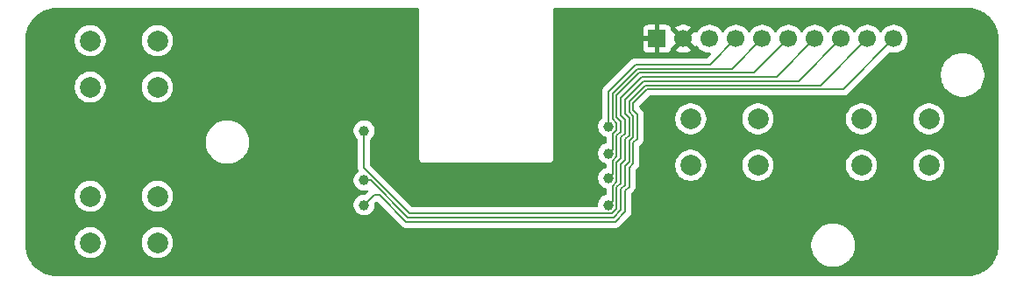
<source format=gbr>
%TF.GenerationSoftware,KiCad,Pcbnew,9.0.1*%
%TF.CreationDate,2025-07-14T13:59:50-05:00*%
%TF.ProjectId,Cardbot Controller,43617264-626f-4742-9043-6f6e74726f6c,rev?*%
%TF.SameCoordinates,Original*%
%TF.FileFunction,Copper,L2,Bot*%
%TF.FilePolarity,Positive*%
%FSLAX46Y46*%
G04 Gerber Fmt 4.6, Leading zero omitted, Abs format (unit mm)*
G04 Created by KiCad (PCBNEW 9.0.1) date 2025-07-14 13:59:50*
%MOMM*%
%LPD*%
G01*
G04 APERTURE LIST*
%TA.AperFunction,ComponentPad*%
%ADD10C,2.000000*%
%TD*%
%TA.AperFunction,ComponentPad*%
%ADD11R,1.700000X1.700000*%
%TD*%
%TA.AperFunction,ComponentPad*%
%ADD12C,1.700000*%
%TD*%
%TA.AperFunction,ViaPad*%
%ADD13C,1.000000*%
%TD*%
%TA.AperFunction,ViaPad*%
%ADD14C,0.600000*%
%TD*%
%TA.AperFunction,Conductor*%
%ADD15C,0.200000*%
%TD*%
G04 APERTURE END LIST*
D10*
%TO.P,SW1,1,1*%
%TO.N,Net-(J1-Pin_3)*%
X101750000Y-56678000D03*
X108250000Y-56678000D03*
%TO.P,SW1,2,2*%
%TO.N,Net-(U1-PA02_A0_D0)*%
X101750000Y-61178000D03*
X108250000Y-61178000D03*
%TD*%
D11*
%TO.P,J1,1,Pin_1*%
%TO.N,Net-(J1-Pin_1)*%
X156500000Y-56500000D03*
D12*
%TO.P,J1,2,Pin_2*%
X159040000Y-56500000D03*
%TO.P,J1,3,Pin_3*%
%TO.N,Net-(J1-Pin_3)*%
X161580000Y-56500000D03*
%TO.P,J1,4,Pin_4*%
%TO.N,Net-(J1-Pin_4)*%
X164120000Y-56500000D03*
%TO.P,J1,5,Pin_5*%
%TO.N,Net-(J1-Pin_5)*%
X166660000Y-56500000D03*
%TO.P,J1,6,Pin_6*%
%TO.N,Net-(J1-Pin_6)*%
X169200000Y-56500000D03*
%TO.P,J1,7,Pin_7*%
%TO.N,Net-(J1-Pin_7)*%
X171740000Y-56500000D03*
%TO.P,J1,8,Pin_8*%
%TO.N,Net-(J1-Pin_8)*%
X174280000Y-56500000D03*
%TO.P,J1,9,Pin_9*%
%TO.N,Net-(J1-Pin_9)*%
X176820000Y-56500000D03*
%TO.P,J1,10,Pin_10*%
%TO.N,Net-(J1-Pin_10)*%
X179360000Y-56500000D03*
%TD*%
D10*
%TO.P,SW4,1,1*%
%TO.N,Net-(J1-Pin_3)*%
X176250000Y-64250000D03*
X182750000Y-64250000D03*
%TO.P,SW4,2,2*%
%TO.N,Net-(U1-PA10_A2_D2)*%
X176250000Y-68750000D03*
X182750000Y-68750000D03*
%TD*%
%TO.P,SW3,1,1*%
%TO.N,Net-(J1-Pin_3)*%
X159750000Y-64250000D03*
X166250000Y-64250000D03*
%TO.P,SW3,2,2*%
%TO.N,Net-(U1-PA8_A4_D4_SDA)*%
X159750000Y-68750000D03*
X166250000Y-68750000D03*
%TD*%
%TO.P,SW2,1,1*%
%TO.N,Net-(J1-Pin_3)*%
X101750000Y-71750000D03*
X108250000Y-71750000D03*
%TO.P,SW2,2,2*%
%TO.N,Net-(U1-PA4_A1_D1)*%
X101750000Y-76250000D03*
X108250000Y-76250000D03*
%TD*%
D13*
%TO.N,Net-(J1-Pin_10)*%
X128200000Y-72600000D03*
%TO.N,Net-(J1-Pin_9)*%
X128200000Y-70200000D03*
%TO.N,Net-(J1-Pin_7)*%
X151800000Y-72600000D03*
%TO.N,Net-(J1-Pin_4)*%
X151800000Y-65000000D03*
%TO.N,Net-(J1-Pin_6)*%
X151800000Y-70000000D03*
%TO.N,Net-(J1-Pin_8)*%
X128200000Y-65400000D03*
%TO.N,Net-(J1-Pin_5)*%
X151800000Y-67600000D03*
D14*
%TO.N,Net-(J1-Pin_1)*%
X184000000Y-57500000D03*
X117500000Y-60500000D03*
X120000000Y-55000000D03*
X171000000Y-63500000D03*
X185000000Y-57500000D03*
X137800000Y-71200000D03*
X118000000Y-55000000D03*
X171000000Y-64500000D03*
X171000000Y-62500000D03*
X121000000Y-55000000D03*
X170000000Y-62500000D03*
X185000000Y-56500000D03*
X185000000Y-55500000D03*
X170000000Y-64500000D03*
X118500000Y-59500000D03*
X170000000Y-63500000D03*
X138800000Y-72200000D03*
X117500000Y-59500000D03*
X117000000Y-55000000D03*
X138800000Y-71200000D03*
X118500000Y-61500000D03*
X119000000Y-55000000D03*
X184000000Y-56500000D03*
X117500000Y-61500000D03*
X136800000Y-72200000D03*
X137800000Y-72200000D03*
X184000000Y-55500000D03*
X136800000Y-71200000D03*
X118500000Y-60500000D03*
X122000000Y-55000000D03*
%TD*%
D15*
%TO.N,Net-(J1-Pin_10)*%
X155495300Y-61406000D02*
X162616600Y-61406000D01*
X168538300Y-61403000D02*
X168539300Y-61402000D01*
X172487100Y-61400000D02*
X174460000Y-61400000D01*
X153804000Y-68997186D02*
X154205000Y-68596186D01*
X153403000Y-71231086D02*
X153804000Y-70830086D01*
X154206000Y-62695300D02*
X155495300Y-61406000D01*
X154205000Y-68596186D02*
X154205000Y-66563286D01*
X162616600Y-61406000D02*
X162617600Y-61405000D01*
X154606000Y-63837714D02*
X154206000Y-63437714D01*
X170513200Y-61401000D02*
X172486100Y-61401000D01*
X168539300Y-61402000D02*
X170512200Y-61402000D01*
X166565400Y-61403000D02*
X168538300Y-61403000D01*
X152463986Y-74203000D02*
X153403000Y-73263986D01*
X154205000Y-66563286D02*
X154606000Y-66162286D01*
X128200000Y-72600000D02*
X129200000Y-71600000D01*
X153804000Y-70830086D02*
X153804000Y-68997186D01*
X154606000Y-66162286D02*
X154606000Y-63837714D01*
X172486100Y-61401000D02*
X172487100Y-61400000D01*
X154206000Y-63437714D02*
X154206000Y-62695300D01*
X170512200Y-61402000D02*
X170513200Y-61401000D01*
X132268800Y-74203000D02*
X152463986Y-74203000D01*
X153403000Y-73263986D02*
X153403000Y-71231086D01*
X129665800Y-71600000D02*
X132268800Y-74203000D01*
X129200000Y-71600000D02*
X129665800Y-71600000D01*
X162617600Y-61405000D02*
X166563400Y-61405000D01*
X174460000Y-61400000D02*
X179360000Y-56500000D01*
X166563400Y-61405000D02*
X166565400Y-61403000D01*
%TO.N,Net-(J1-Pin_9)*%
X152297886Y-73802000D02*
X153002000Y-73097886D01*
X168373200Y-61001000D02*
X170346100Y-61001000D01*
X153804000Y-68430086D02*
X153804000Y-66397186D01*
X172320000Y-61000000D02*
X176820000Y-56500000D01*
X166399300Y-61002000D02*
X168372200Y-61002000D01*
X153002000Y-73097886D02*
X153002000Y-71064986D01*
X166397300Y-61004000D02*
X166399300Y-61002000D01*
X162450500Y-61005000D02*
X162451500Y-61004000D01*
X170347100Y-61000000D02*
X172320000Y-61000000D01*
X153002000Y-71064986D02*
X153403000Y-70663986D01*
X128200000Y-70200000D02*
X128832900Y-70200000D01*
X153805000Y-63603814D02*
X153805000Y-62529200D01*
X153805000Y-62529200D02*
X155329200Y-61005000D01*
X162451500Y-61004000D02*
X166397300Y-61004000D01*
X128832900Y-70200000D02*
X132434900Y-73802000D01*
X153403000Y-68831086D02*
X153804000Y-68430086D01*
X155329200Y-61005000D02*
X162450500Y-61005000D01*
X154205000Y-64003814D02*
X153805000Y-63603814D01*
X168372200Y-61002000D02*
X168373200Y-61001000D01*
X132434900Y-73802000D02*
X152297886Y-73802000D01*
X154205000Y-65996186D02*
X154205000Y-64003814D01*
X153804000Y-66397186D02*
X154205000Y-65996186D01*
X153403000Y-70663986D02*
X153403000Y-68831086D01*
X170346100Y-61001000D02*
X170347100Y-61000000D01*
%TO.N,Net-(J1-Pin_7)*%
X153403000Y-65663986D02*
X153403000Y-64336014D01*
X152200000Y-72200000D02*
X152200000Y-70732786D01*
X162118300Y-60203000D02*
X162119300Y-60202000D01*
X153002000Y-66064986D02*
X153403000Y-65663986D01*
X153403000Y-64336014D02*
X153003000Y-63936014D01*
X166067100Y-60200000D02*
X168040000Y-60200000D01*
X151800000Y-72600000D02*
X152200000Y-72200000D01*
X152200000Y-70732786D02*
X152601000Y-70331786D01*
X152601000Y-70331786D02*
X152601000Y-68498886D01*
X166065100Y-60202000D02*
X166067100Y-60200000D01*
X162119300Y-60202000D02*
X166065100Y-60202000D01*
X153003000Y-63936014D02*
X153003000Y-62197000D01*
X154997000Y-60203000D02*
X162118300Y-60203000D01*
X168040000Y-60200000D02*
X171740000Y-56500000D01*
X153003000Y-62197000D02*
X154997000Y-60203000D01*
X152601000Y-68498886D02*
X153002000Y-68097886D01*
X153002000Y-68097886D02*
X153002000Y-66064986D01*
%TO.N,Net-(J1-Pin_4)*%
X161620000Y-59000000D02*
X164120000Y-56500000D01*
X151800000Y-65000000D02*
X151800000Y-61600000D01*
X151800000Y-61600000D02*
X154400000Y-59000000D01*
X154400000Y-59000000D02*
X161620000Y-59000000D01*
%TO.N,Net-(J1-Pin_6)*%
X152200000Y-69600000D02*
X151800000Y-70000000D01*
X161953200Y-59801000D02*
X161952200Y-59802000D01*
X161952200Y-59802000D02*
X154798000Y-59802000D01*
X152602000Y-61998000D02*
X152602000Y-64102114D01*
X169200000Y-56500000D02*
X165899000Y-59801000D01*
X153002000Y-64502114D02*
X153002000Y-65497886D01*
X165899000Y-59801000D02*
X161953200Y-59801000D01*
X152601000Y-65898886D02*
X152601000Y-67931786D01*
X152601000Y-67931786D02*
X152200000Y-68332786D01*
X153002000Y-65497886D02*
X152601000Y-65898886D01*
X152200000Y-68332786D02*
X152200000Y-69600000D01*
X154798000Y-59802000D02*
X152602000Y-61998000D01*
X152602000Y-64102114D02*
X153002000Y-64502114D01*
%TO.N,Net-(J1-Pin_8)*%
X155163100Y-60604000D02*
X162284400Y-60604000D01*
X166231200Y-60603000D02*
X166233200Y-60601000D01*
X153403000Y-68263986D02*
X153403000Y-66231086D01*
X170180000Y-60600000D02*
X174280000Y-56500000D01*
X162284400Y-60604000D02*
X162285400Y-60603000D01*
X168207100Y-60600000D02*
X170180000Y-60600000D01*
X153404000Y-62363100D02*
X155163100Y-60604000D01*
X162285400Y-60603000D02*
X166231200Y-60603000D01*
X153804000Y-64169914D02*
X153404000Y-63769914D01*
X132601000Y-73401000D02*
X152131786Y-73401000D01*
X152601000Y-70898886D02*
X153002000Y-70497886D01*
X153002000Y-70497886D02*
X153002000Y-68664986D01*
X166233200Y-60601000D02*
X168206100Y-60601000D01*
X128200000Y-69000000D02*
X132601000Y-73401000D01*
X168206100Y-60601000D02*
X168207100Y-60600000D01*
X152131786Y-73401000D02*
X152601000Y-72931786D01*
X152601000Y-72931786D02*
X152601000Y-70898886D01*
X128200000Y-65400000D02*
X128200000Y-69000000D01*
X153002000Y-68664986D02*
X153403000Y-68263986D01*
X153404000Y-63769914D02*
X153404000Y-62363100D01*
X153403000Y-66231086D02*
X153804000Y-65830086D01*
X153804000Y-65830086D02*
X153804000Y-64169914D01*
%TO.N,Net-(J1-Pin_5)*%
X161787100Y-59400000D02*
X161786100Y-59401000D01*
X161786100Y-59401000D02*
X154566100Y-59401000D01*
X166660000Y-56500000D02*
X163760000Y-59400000D01*
X152201000Y-61766100D02*
X152201000Y-64268214D01*
X154566100Y-59401000D02*
X152201000Y-61766100D01*
X152601000Y-64668214D02*
X152601000Y-65331786D01*
X152601000Y-65331786D02*
X152200000Y-65732786D01*
X152200000Y-67200000D02*
X151800000Y-67600000D01*
X163760000Y-59400000D02*
X161787100Y-59400000D01*
X152200000Y-65732786D02*
X152200000Y-67200000D01*
X152201000Y-64268214D02*
X152601000Y-64668214D01*
%TD*%
%TA.AperFunction,Conductor*%
%TO.N,Net-(J1-Pin_1)*%
G36*
X133442539Y-53520185D02*
G01*
X133488294Y-53572989D01*
X133499500Y-53624500D01*
X133499500Y-67934108D01*
X133499500Y-68065892D01*
X133503985Y-68082629D01*
X133533608Y-68193187D01*
X133559357Y-68237785D01*
X133599500Y-68307314D01*
X133692686Y-68400500D01*
X133806814Y-68466392D01*
X133934108Y-68500500D01*
X133934110Y-68500500D01*
X146065890Y-68500500D01*
X146065892Y-68500500D01*
X146193186Y-68466392D01*
X146307314Y-68400500D01*
X146400500Y-68307314D01*
X146466392Y-68193186D01*
X146500500Y-68065892D01*
X146500500Y-53624500D01*
X146520185Y-53557461D01*
X146572989Y-53511706D01*
X146624500Y-53500500D01*
X186434108Y-53500500D01*
X186496754Y-53500500D01*
X186503244Y-53500670D01*
X186807046Y-53516592D01*
X186819953Y-53517949D01*
X186951089Y-53538718D01*
X187117209Y-53565028D01*
X187129896Y-53567724D01*
X187420625Y-53645625D01*
X187432965Y-53649635D01*
X187713938Y-53757490D01*
X187725790Y-53762767D01*
X187993968Y-53899411D01*
X188005199Y-53905896D01*
X188257608Y-54069812D01*
X188268109Y-54077441D01*
X188502010Y-54266850D01*
X188511655Y-54275535D01*
X188724464Y-54488344D01*
X188733149Y-54497989D01*
X188922558Y-54731890D01*
X188930187Y-54742391D01*
X189094101Y-54994796D01*
X189100591Y-55006036D01*
X189237231Y-55274206D01*
X189242510Y-55286064D01*
X189350363Y-55567033D01*
X189354374Y-55579376D01*
X189432273Y-55870097D01*
X189434971Y-55882794D01*
X189482050Y-56180046D01*
X189483407Y-56192953D01*
X189499330Y-56496756D01*
X189499500Y-56503246D01*
X189499500Y-76496753D01*
X189499330Y-76503243D01*
X189483407Y-76807046D01*
X189482050Y-76819953D01*
X189434971Y-77117205D01*
X189432273Y-77129902D01*
X189354374Y-77420623D01*
X189350363Y-77432966D01*
X189242510Y-77713935D01*
X189237231Y-77725793D01*
X189100591Y-77993963D01*
X189094101Y-78005203D01*
X188930187Y-78257608D01*
X188922558Y-78268109D01*
X188733149Y-78502010D01*
X188724464Y-78511655D01*
X188511655Y-78724464D01*
X188502010Y-78733149D01*
X188268109Y-78922558D01*
X188257608Y-78930187D01*
X188005203Y-79094101D01*
X187993963Y-79100591D01*
X187725793Y-79237231D01*
X187713935Y-79242510D01*
X187432966Y-79350363D01*
X187420623Y-79354374D01*
X187129902Y-79432273D01*
X187117205Y-79434971D01*
X186819953Y-79482050D01*
X186807046Y-79483407D01*
X186503244Y-79499330D01*
X186496754Y-79499500D01*
X98503246Y-79499500D01*
X98496756Y-79499330D01*
X98192953Y-79483407D01*
X98180046Y-79482050D01*
X97882794Y-79434971D01*
X97870097Y-79432273D01*
X97579376Y-79354374D01*
X97567033Y-79350363D01*
X97286064Y-79242510D01*
X97274206Y-79237231D01*
X97006036Y-79100591D01*
X96994796Y-79094101D01*
X96742391Y-78930187D01*
X96731890Y-78922558D01*
X96497989Y-78733149D01*
X96488344Y-78724464D01*
X96275535Y-78511655D01*
X96266850Y-78502010D01*
X96077441Y-78268109D01*
X96069812Y-78257608D01*
X96065033Y-78250249D01*
X95905896Y-78005199D01*
X95899408Y-77993963D01*
X95845380Y-77887928D01*
X95762767Y-77725790D01*
X95757489Y-77713935D01*
X95757342Y-77713553D01*
X95649635Y-77432965D01*
X95645625Y-77420623D01*
X95593881Y-77227512D01*
X95567724Y-77129896D01*
X95565028Y-77117205D01*
X95517949Y-76819953D01*
X95516592Y-76807046D01*
X95500670Y-76503243D01*
X95500500Y-76496753D01*
X95500500Y-76131902D01*
X100249500Y-76131902D01*
X100249500Y-76368097D01*
X100286446Y-76601368D01*
X100359433Y-76825996D01*
X100466657Y-77036433D01*
X100605483Y-77227510D01*
X100772490Y-77394517D01*
X100963567Y-77533343D01*
X101062991Y-77584002D01*
X101174003Y-77640566D01*
X101174005Y-77640566D01*
X101174008Y-77640568D01*
X101262987Y-77669479D01*
X101398631Y-77713553D01*
X101631903Y-77750500D01*
X101631908Y-77750500D01*
X101868097Y-77750500D01*
X102101368Y-77713553D01*
X102325992Y-77640568D01*
X102536433Y-77533343D01*
X102727510Y-77394517D01*
X102894517Y-77227510D01*
X103033343Y-77036433D01*
X103140568Y-76825992D01*
X103213553Y-76601368D01*
X103215945Y-76586266D01*
X103250500Y-76368097D01*
X103250500Y-76131902D01*
X106749500Y-76131902D01*
X106749500Y-76368097D01*
X106786446Y-76601368D01*
X106859433Y-76825996D01*
X106966657Y-77036433D01*
X107105483Y-77227510D01*
X107272490Y-77394517D01*
X107463567Y-77533343D01*
X107562991Y-77584002D01*
X107674003Y-77640566D01*
X107674005Y-77640566D01*
X107674008Y-77640568D01*
X107762987Y-77669479D01*
X107898631Y-77713553D01*
X108131903Y-77750500D01*
X108131908Y-77750500D01*
X108368097Y-77750500D01*
X108601368Y-77713553D01*
X108825992Y-77640568D01*
X109036433Y-77533343D01*
X109227510Y-77394517D01*
X109394517Y-77227510D01*
X109533343Y-77036433D01*
X109640568Y-76825992D01*
X109713553Y-76601368D01*
X109715945Y-76586266D01*
X109750500Y-76368097D01*
X109750500Y-76362332D01*
X171399500Y-76362332D01*
X171399500Y-76637667D01*
X171399501Y-76637684D01*
X171435438Y-76910655D01*
X171435439Y-76910660D01*
X171435440Y-76910666D01*
X171435441Y-76910668D01*
X171506704Y-77176630D01*
X171612075Y-77431017D01*
X171612080Y-77431028D01*
X171691809Y-77569121D01*
X171749751Y-77669479D01*
X171749753Y-77669482D01*
X171749754Y-77669483D01*
X171917370Y-77887926D01*
X171917376Y-77887933D01*
X172112066Y-78082623D01*
X172112072Y-78082628D01*
X172330521Y-78250249D01*
X172483778Y-78338732D01*
X172568971Y-78387919D01*
X172568976Y-78387921D01*
X172568979Y-78387923D01*
X172823368Y-78493295D01*
X173089334Y-78564560D01*
X173362326Y-78600500D01*
X173362333Y-78600500D01*
X173637667Y-78600500D01*
X173637674Y-78600500D01*
X173910666Y-78564560D01*
X174176632Y-78493295D01*
X174431021Y-78387923D01*
X174669479Y-78250249D01*
X174887928Y-78082628D01*
X175082628Y-77887928D01*
X175250249Y-77669479D01*
X175387923Y-77431021D01*
X175493295Y-77176632D01*
X175564560Y-76910666D01*
X175600500Y-76637674D01*
X175600500Y-76362326D01*
X175564560Y-76089334D01*
X175493295Y-75823368D01*
X175387923Y-75568979D01*
X175387921Y-75568976D01*
X175387919Y-75568971D01*
X175327063Y-75463566D01*
X175250249Y-75330521D01*
X175082628Y-75112072D01*
X175082623Y-75112066D01*
X174887933Y-74917376D01*
X174887926Y-74917370D01*
X174669483Y-74749754D01*
X174669482Y-74749753D01*
X174669479Y-74749751D01*
X174554762Y-74683519D01*
X174431028Y-74612080D01*
X174431017Y-74612075D01*
X174176630Y-74506704D01*
X174043649Y-74471072D01*
X173910666Y-74435440D01*
X173910660Y-74435439D01*
X173910655Y-74435438D01*
X173637684Y-74399501D01*
X173637679Y-74399500D01*
X173637674Y-74399500D01*
X173362326Y-74399500D01*
X173362320Y-74399500D01*
X173362315Y-74399501D01*
X173089344Y-74435438D01*
X173089337Y-74435439D01*
X173089334Y-74435440D01*
X173033125Y-74450500D01*
X172823369Y-74506704D01*
X172568982Y-74612075D01*
X172568971Y-74612080D01*
X172330516Y-74749754D01*
X172112073Y-74917370D01*
X172112066Y-74917376D01*
X171917376Y-75112066D01*
X171917370Y-75112073D01*
X171749754Y-75330516D01*
X171612080Y-75568971D01*
X171612075Y-75568982D01*
X171506704Y-75823369D01*
X171435441Y-76089331D01*
X171435438Y-76089344D01*
X171399501Y-76362315D01*
X171399500Y-76362332D01*
X109750500Y-76362332D01*
X109750500Y-76131902D01*
X109713553Y-75898631D01*
X109640566Y-75674003D01*
X109533342Y-75463566D01*
X109394517Y-75272490D01*
X109227510Y-75105483D01*
X109036433Y-74966657D01*
X108939714Y-74917376D01*
X108825996Y-74859433D01*
X108601368Y-74786446D01*
X108368097Y-74749500D01*
X108368092Y-74749500D01*
X108131908Y-74749500D01*
X108131903Y-74749500D01*
X107898631Y-74786446D01*
X107674003Y-74859433D01*
X107463566Y-74966657D01*
X107354550Y-75045862D01*
X107272490Y-75105483D01*
X107272488Y-75105485D01*
X107272487Y-75105485D01*
X107105485Y-75272487D01*
X107105485Y-75272488D01*
X107105483Y-75272490D01*
X107063325Y-75330516D01*
X106966657Y-75463566D01*
X106859433Y-75674003D01*
X106786446Y-75898631D01*
X106749500Y-76131902D01*
X103250500Y-76131902D01*
X103213553Y-75898631D01*
X103140566Y-75674003D01*
X103033342Y-75463566D01*
X102894517Y-75272490D01*
X102727510Y-75105483D01*
X102536433Y-74966657D01*
X102439714Y-74917376D01*
X102325996Y-74859433D01*
X102101368Y-74786446D01*
X101868097Y-74749500D01*
X101868092Y-74749500D01*
X101631908Y-74749500D01*
X101631903Y-74749500D01*
X101398631Y-74786446D01*
X101174003Y-74859433D01*
X100963566Y-74966657D01*
X100854550Y-75045862D01*
X100772490Y-75105483D01*
X100772488Y-75105485D01*
X100772487Y-75105485D01*
X100605485Y-75272487D01*
X100605485Y-75272488D01*
X100605483Y-75272490D01*
X100563325Y-75330516D01*
X100466657Y-75463566D01*
X100359433Y-75674003D01*
X100286446Y-75898631D01*
X100249500Y-76131902D01*
X95500500Y-76131902D01*
X95500500Y-71631902D01*
X100249500Y-71631902D01*
X100249500Y-71868097D01*
X100286446Y-72101368D01*
X100359433Y-72325996D01*
X100417863Y-72440670D01*
X100466657Y-72536433D01*
X100605483Y-72727510D01*
X100772490Y-72894517D01*
X100963567Y-73033343D01*
X101043192Y-73073914D01*
X101174003Y-73140566D01*
X101174005Y-73140566D01*
X101174008Y-73140568D01*
X101294412Y-73179689D01*
X101398631Y-73213553D01*
X101631903Y-73250500D01*
X101631908Y-73250500D01*
X101868097Y-73250500D01*
X102101368Y-73213553D01*
X102325992Y-73140568D01*
X102536433Y-73033343D01*
X102727510Y-72894517D01*
X102894517Y-72727510D01*
X103033343Y-72536433D01*
X103140568Y-72325992D01*
X103213553Y-72101368D01*
X103235593Y-71962214D01*
X103250500Y-71868097D01*
X103250500Y-71631902D01*
X106749500Y-71631902D01*
X106749500Y-71868097D01*
X106786446Y-72101368D01*
X106859433Y-72325996D01*
X106917863Y-72440670D01*
X106966657Y-72536433D01*
X107105483Y-72727510D01*
X107272490Y-72894517D01*
X107463567Y-73033343D01*
X107543192Y-73073914D01*
X107674003Y-73140566D01*
X107674005Y-73140566D01*
X107674008Y-73140568D01*
X107794412Y-73179689D01*
X107898631Y-73213553D01*
X108131903Y-73250500D01*
X108131908Y-73250500D01*
X108368097Y-73250500D01*
X108601368Y-73213553D01*
X108825992Y-73140568D01*
X109036433Y-73033343D01*
X109227510Y-72894517D01*
X109394517Y-72727510D01*
X109533343Y-72536433D01*
X109640568Y-72325992D01*
X109713553Y-72101368D01*
X109735593Y-71962214D01*
X109750500Y-71868097D01*
X109750500Y-71631902D01*
X109713553Y-71398631D01*
X109640566Y-71174003D01*
X109540258Y-70977139D01*
X109533343Y-70963567D01*
X109394517Y-70772490D01*
X109227510Y-70605483D01*
X109036433Y-70466657D01*
X108825996Y-70359433D01*
X108601368Y-70286446D01*
X108368097Y-70249500D01*
X108368092Y-70249500D01*
X108131908Y-70249500D01*
X108131903Y-70249500D01*
X107898631Y-70286446D01*
X107674003Y-70359433D01*
X107463566Y-70466657D01*
X107354550Y-70545862D01*
X107272490Y-70605483D01*
X107272488Y-70605485D01*
X107272487Y-70605485D01*
X107105485Y-70772487D01*
X107105485Y-70772488D01*
X107105483Y-70772490D01*
X107058043Y-70837785D01*
X106966657Y-70963566D01*
X106859433Y-71174003D01*
X106786446Y-71398631D01*
X106749500Y-71631902D01*
X103250500Y-71631902D01*
X103213553Y-71398631D01*
X103140566Y-71174003D01*
X103040258Y-70977139D01*
X103033343Y-70963567D01*
X102894517Y-70772490D01*
X102727510Y-70605483D01*
X102536433Y-70466657D01*
X102325996Y-70359433D01*
X102101368Y-70286446D01*
X101868097Y-70249500D01*
X101868092Y-70249500D01*
X101631908Y-70249500D01*
X101631903Y-70249500D01*
X101398631Y-70286446D01*
X101174003Y-70359433D01*
X100963566Y-70466657D01*
X100854550Y-70545862D01*
X100772490Y-70605483D01*
X100772488Y-70605485D01*
X100772487Y-70605485D01*
X100605485Y-70772487D01*
X100605485Y-70772488D01*
X100605483Y-70772490D01*
X100558043Y-70837785D01*
X100466657Y-70963566D01*
X100359433Y-71174003D01*
X100286446Y-71398631D01*
X100249500Y-71631902D01*
X95500500Y-71631902D01*
X95500500Y-66362332D01*
X112899500Y-66362332D01*
X112899500Y-66637667D01*
X112899501Y-66637684D01*
X112935438Y-66910655D01*
X112935439Y-66910660D01*
X112935440Y-66910666D01*
X112971072Y-67043649D01*
X113006704Y-67176630D01*
X113112075Y-67431017D01*
X113112080Y-67431028D01*
X113191809Y-67569121D01*
X113249751Y-67669479D01*
X113249753Y-67669482D01*
X113249754Y-67669483D01*
X113417370Y-67887926D01*
X113417376Y-67887933D01*
X113612066Y-68082623D01*
X113612072Y-68082628D01*
X113830521Y-68250249D01*
X113929364Y-68307316D01*
X114068971Y-68387919D01*
X114068976Y-68387921D01*
X114068979Y-68387923D01*
X114323368Y-68493295D01*
X114589334Y-68564560D01*
X114862326Y-68600500D01*
X114862333Y-68600500D01*
X115137667Y-68600500D01*
X115137674Y-68600500D01*
X115410666Y-68564560D01*
X115676632Y-68493295D01*
X115931021Y-68387923D01*
X116169479Y-68250249D01*
X116387928Y-68082628D01*
X116582628Y-67887928D01*
X116750249Y-67669479D01*
X116887923Y-67431021D01*
X116993295Y-67176632D01*
X117064560Y-66910666D01*
X117100500Y-66637674D01*
X117100500Y-66362326D01*
X117064560Y-66089334D01*
X116993295Y-65823368D01*
X116887923Y-65568979D01*
X116847257Y-65498543D01*
X127199499Y-65498543D01*
X127237947Y-65691829D01*
X127237950Y-65691839D01*
X127313364Y-65873907D01*
X127313371Y-65873920D01*
X127422860Y-66037781D01*
X127422863Y-66037785D01*
X127563181Y-66178103D01*
X127596666Y-66239426D01*
X127599500Y-66265784D01*
X127599500Y-68913330D01*
X127599499Y-68913348D01*
X127599499Y-69079054D01*
X127599498Y-69079054D01*
X127640424Y-69231790D01*
X127643534Y-69239297D01*
X127642240Y-69239832D01*
X127656661Y-69299290D01*
X127633805Y-69365316D01*
X127601695Y-69396483D01*
X127562214Y-69422864D01*
X127562211Y-69422867D01*
X127422863Y-69562214D01*
X127422860Y-69562218D01*
X127313371Y-69726079D01*
X127313364Y-69726092D01*
X127237950Y-69908160D01*
X127237947Y-69908170D01*
X127199500Y-70101456D01*
X127199500Y-70101459D01*
X127199500Y-70298541D01*
X127199500Y-70298543D01*
X127199499Y-70298543D01*
X127237947Y-70491829D01*
X127237950Y-70491839D01*
X127313364Y-70673907D01*
X127313371Y-70673920D01*
X127422860Y-70837781D01*
X127422863Y-70837785D01*
X127562214Y-70977136D01*
X127562218Y-70977139D01*
X127726079Y-71086628D01*
X127726092Y-71086635D01*
X127908160Y-71162049D01*
X127908165Y-71162051D01*
X127908169Y-71162051D01*
X127908170Y-71162052D01*
X128101456Y-71200500D01*
X128101459Y-71200500D01*
X128298543Y-71200500D01*
X128372123Y-71185863D01*
X128461509Y-71168083D01*
X128531099Y-71174310D01*
X128586277Y-71217172D01*
X128609522Y-71283062D01*
X128593455Y-71351059D01*
X128573381Y-71377381D01*
X128387582Y-71563181D01*
X128326259Y-71596666D01*
X128299901Y-71599500D01*
X128101457Y-71599500D01*
X127908170Y-71637947D01*
X127908160Y-71637950D01*
X127726092Y-71713364D01*
X127726079Y-71713371D01*
X127562218Y-71822860D01*
X127562214Y-71822863D01*
X127422863Y-71962214D01*
X127422860Y-71962218D01*
X127313371Y-72126079D01*
X127313364Y-72126092D01*
X127237950Y-72308160D01*
X127237947Y-72308170D01*
X127199500Y-72501456D01*
X127199500Y-72501459D01*
X127199500Y-72698541D01*
X127199500Y-72698543D01*
X127199499Y-72698543D01*
X127237947Y-72891829D01*
X127237950Y-72891839D01*
X127313364Y-73073907D01*
X127313371Y-73073920D01*
X127422860Y-73237781D01*
X127422863Y-73237785D01*
X127562214Y-73377136D01*
X127562218Y-73377139D01*
X127726079Y-73486628D01*
X127726092Y-73486635D01*
X127908160Y-73562049D01*
X127908165Y-73562051D01*
X127908169Y-73562051D01*
X127908170Y-73562052D01*
X128101456Y-73600500D01*
X128101459Y-73600500D01*
X128298543Y-73600500D01*
X128428582Y-73574632D01*
X128491835Y-73562051D01*
X128673914Y-73486632D01*
X128837782Y-73377139D01*
X128977139Y-73237782D01*
X129086632Y-73073914D01*
X129162051Y-72891835D01*
X129182448Y-72789294D01*
X129200500Y-72698543D01*
X129200500Y-72500097D01*
X129209144Y-72470656D01*
X129215668Y-72440670D01*
X129219422Y-72435654D01*
X129220185Y-72433058D01*
X129236819Y-72412416D01*
X129345219Y-72304016D01*
X129406542Y-72270531D01*
X129476234Y-72275515D01*
X129520581Y-72304016D01*
X131783939Y-74567374D01*
X131783949Y-74567385D01*
X131788279Y-74571715D01*
X131788280Y-74571716D01*
X131900084Y-74683520D01*
X131986895Y-74733639D01*
X131986897Y-74733641D01*
X132024951Y-74755611D01*
X132037015Y-74762577D01*
X132189743Y-74803501D01*
X132189746Y-74803501D01*
X132355453Y-74803501D01*
X132355469Y-74803500D01*
X152377317Y-74803500D01*
X152377333Y-74803501D01*
X152384929Y-74803501D01*
X152543040Y-74803501D01*
X152543043Y-74803501D01*
X152695771Y-74762577D01*
X152745890Y-74733639D01*
X152832702Y-74683520D01*
X152944506Y-74571716D01*
X152944506Y-74571714D01*
X152954714Y-74561507D01*
X152954716Y-74561504D01*
X153761506Y-73754714D01*
X153761511Y-73754710D01*
X153771714Y-73744506D01*
X153771716Y-73744506D01*
X153883520Y-73632702D01*
X153962577Y-73495770D01*
X154003500Y-73343043D01*
X154003500Y-71531183D01*
X154023185Y-71464144D01*
X154039819Y-71443502D01*
X154132262Y-71351059D01*
X154284520Y-71198802D01*
X154363577Y-71061870D01*
X154404501Y-70909143D01*
X154404501Y-70751028D01*
X154404501Y-70743433D01*
X154404500Y-70743415D01*
X154404500Y-69297283D01*
X154424185Y-69230244D01*
X154440819Y-69209602D01*
X154537057Y-69113364D01*
X154685520Y-68964902D01*
X154764577Y-68827970D01*
X154805501Y-68675243D01*
X154805501Y-68631902D01*
X158249500Y-68631902D01*
X158249500Y-68868097D01*
X158286446Y-69101368D01*
X158359433Y-69325996D01*
X158408792Y-69422867D01*
X158466657Y-69536433D01*
X158605483Y-69727510D01*
X158772490Y-69894517D01*
X158963567Y-70033343D01*
X159062991Y-70084002D01*
X159174003Y-70140566D01*
X159174005Y-70140566D01*
X159174008Y-70140568D01*
X159294412Y-70179689D01*
X159398631Y-70213553D01*
X159631903Y-70250500D01*
X159631908Y-70250500D01*
X159868097Y-70250500D01*
X160101368Y-70213553D01*
X160325992Y-70140568D01*
X160536433Y-70033343D01*
X160727510Y-69894517D01*
X160894517Y-69727510D01*
X161033343Y-69536433D01*
X161140568Y-69325992D01*
X161213553Y-69101368D01*
X161235168Y-68964895D01*
X161250500Y-68868097D01*
X161250500Y-68631902D01*
X164749500Y-68631902D01*
X164749500Y-68868097D01*
X164786446Y-69101368D01*
X164859433Y-69325996D01*
X164908792Y-69422867D01*
X164966657Y-69536433D01*
X165105483Y-69727510D01*
X165272490Y-69894517D01*
X165463567Y-70033343D01*
X165562991Y-70084002D01*
X165674003Y-70140566D01*
X165674005Y-70140566D01*
X165674008Y-70140568D01*
X165794412Y-70179689D01*
X165898631Y-70213553D01*
X166131903Y-70250500D01*
X166131908Y-70250500D01*
X166368097Y-70250500D01*
X166601368Y-70213553D01*
X166825992Y-70140568D01*
X167036433Y-70033343D01*
X167227510Y-69894517D01*
X167394517Y-69727510D01*
X167533343Y-69536433D01*
X167640568Y-69325992D01*
X167713553Y-69101368D01*
X167735168Y-68964895D01*
X167750500Y-68868097D01*
X167750500Y-68631902D01*
X174749500Y-68631902D01*
X174749500Y-68868097D01*
X174786446Y-69101368D01*
X174859433Y-69325996D01*
X174908792Y-69422867D01*
X174966657Y-69536433D01*
X175105483Y-69727510D01*
X175272490Y-69894517D01*
X175463567Y-70033343D01*
X175562991Y-70084002D01*
X175674003Y-70140566D01*
X175674005Y-70140566D01*
X175674008Y-70140568D01*
X175794412Y-70179689D01*
X175898631Y-70213553D01*
X176131903Y-70250500D01*
X176131908Y-70250500D01*
X176368097Y-70250500D01*
X176601368Y-70213553D01*
X176825992Y-70140568D01*
X177036433Y-70033343D01*
X177227510Y-69894517D01*
X177394517Y-69727510D01*
X177533343Y-69536433D01*
X177640568Y-69325992D01*
X177713553Y-69101368D01*
X177735168Y-68964895D01*
X177750500Y-68868097D01*
X177750500Y-68631902D01*
X181249500Y-68631902D01*
X181249500Y-68868097D01*
X181286446Y-69101368D01*
X181359433Y-69325996D01*
X181408792Y-69422867D01*
X181466657Y-69536433D01*
X181605483Y-69727510D01*
X181772490Y-69894517D01*
X181963567Y-70033343D01*
X182062991Y-70084002D01*
X182174003Y-70140566D01*
X182174005Y-70140566D01*
X182174008Y-70140568D01*
X182294412Y-70179689D01*
X182398631Y-70213553D01*
X182631903Y-70250500D01*
X182631908Y-70250500D01*
X182868097Y-70250500D01*
X183101368Y-70213553D01*
X183325992Y-70140568D01*
X183536433Y-70033343D01*
X183727510Y-69894517D01*
X183894517Y-69727510D01*
X184033343Y-69536433D01*
X184140568Y-69325992D01*
X184213553Y-69101368D01*
X184235168Y-68964895D01*
X184250500Y-68868097D01*
X184250500Y-68631902D01*
X184213553Y-68398631D01*
X184161289Y-68237781D01*
X184140568Y-68174008D01*
X184140566Y-68174005D01*
X184140566Y-68174003D01*
X184033342Y-67963566D01*
X183894517Y-67772490D01*
X183727510Y-67605483D01*
X183536433Y-67466657D01*
X183325996Y-67359433D01*
X183101368Y-67286446D01*
X182868097Y-67249500D01*
X182868092Y-67249500D01*
X182631908Y-67249500D01*
X182631903Y-67249500D01*
X182398631Y-67286446D01*
X182174003Y-67359433D01*
X181963566Y-67466657D01*
X181915670Y-67501456D01*
X181772490Y-67605483D01*
X181772488Y-67605485D01*
X181772487Y-67605485D01*
X181605485Y-67772487D01*
X181605485Y-67772488D01*
X181605483Y-67772490D01*
X181545862Y-67854550D01*
X181466657Y-67963566D01*
X181359433Y-68174003D01*
X181286446Y-68398631D01*
X181249500Y-68631902D01*
X177750500Y-68631902D01*
X177713553Y-68398631D01*
X177661289Y-68237781D01*
X177640568Y-68174008D01*
X177640566Y-68174005D01*
X177640566Y-68174003D01*
X177533342Y-67963566D01*
X177394517Y-67772490D01*
X177227510Y-67605483D01*
X177036433Y-67466657D01*
X176825996Y-67359433D01*
X176601368Y-67286446D01*
X176368097Y-67249500D01*
X176368092Y-67249500D01*
X176131908Y-67249500D01*
X176131903Y-67249500D01*
X175898631Y-67286446D01*
X175674003Y-67359433D01*
X175463566Y-67466657D01*
X175415670Y-67501456D01*
X175272490Y-67605483D01*
X175272488Y-67605485D01*
X175272487Y-67605485D01*
X175105485Y-67772487D01*
X175105485Y-67772488D01*
X175105483Y-67772490D01*
X175045862Y-67854550D01*
X174966657Y-67963566D01*
X174859433Y-68174003D01*
X174786446Y-68398631D01*
X174749500Y-68631902D01*
X167750500Y-68631902D01*
X167713553Y-68398631D01*
X167661289Y-68237781D01*
X167640568Y-68174008D01*
X167640566Y-68174005D01*
X167640566Y-68174003D01*
X167533342Y-67963566D01*
X167394517Y-67772490D01*
X167227510Y-67605483D01*
X167036433Y-67466657D01*
X166825996Y-67359433D01*
X166601368Y-67286446D01*
X166368097Y-67249500D01*
X166368092Y-67249500D01*
X166131908Y-67249500D01*
X166131903Y-67249500D01*
X165898631Y-67286446D01*
X165674003Y-67359433D01*
X165463566Y-67466657D01*
X165415670Y-67501456D01*
X165272490Y-67605483D01*
X165272488Y-67605485D01*
X165272487Y-67605485D01*
X165105485Y-67772487D01*
X165105485Y-67772488D01*
X165105483Y-67772490D01*
X165045862Y-67854550D01*
X164966657Y-67963566D01*
X164859433Y-68174003D01*
X164786446Y-68398631D01*
X164749500Y-68631902D01*
X161250500Y-68631902D01*
X161213553Y-68398631D01*
X161161289Y-68237781D01*
X161140568Y-68174008D01*
X161140566Y-68174005D01*
X161140566Y-68174003D01*
X161033342Y-67963566D01*
X160894517Y-67772490D01*
X160727510Y-67605483D01*
X160536433Y-67466657D01*
X160325996Y-67359433D01*
X160101368Y-67286446D01*
X159868097Y-67249500D01*
X159868092Y-67249500D01*
X159631908Y-67249500D01*
X159631903Y-67249500D01*
X159398631Y-67286446D01*
X159174003Y-67359433D01*
X158963566Y-67466657D01*
X158915670Y-67501456D01*
X158772490Y-67605483D01*
X158772488Y-67605485D01*
X158772487Y-67605485D01*
X158605485Y-67772487D01*
X158605485Y-67772488D01*
X158605483Y-67772490D01*
X158545862Y-67854550D01*
X158466657Y-67963566D01*
X158359433Y-68174003D01*
X158286446Y-68398631D01*
X158249500Y-68631902D01*
X154805501Y-68631902D01*
X154805501Y-68517128D01*
X154805500Y-68517124D01*
X154805500Y-66863383D01*
X154825185Y-66796344D01*
X154841819Y-66775702D01*
X154904157Y-66713364D01*
X155086520Y-66531002D01*
X155165577Y-66394070D01*
X155206501Y-66241343D01*
X155206501Y-66083228D01*
X155206501Y-66075633D01*
X155206500Y-66075615D01*
X155206500Y-64131902D01*
X158249500Y-64131902D01*
X158249500Y-64368097D01*
X158286446Y-64601368D01*
X158359433Y-64825996D01*
X158410432Y-64926086D01*
X158466657Y-65036433D01*
X158605483Y-65227510D01*
X158772490Y-65394517D01*
X158963567Y-65533343D01*
X159020834Y-65562522D01*
X159174003Y-65640566D01*
X159174005Y-65640566D01*
X159174008Y-65640568D01*
X159245921Y-65663934D01*
X159398631Y-65713553D01*
X159631903Y-65750500D01*
X159631908Y-65750500D01*
X159868097Y-65750500D01*
X160101368Y-65713553D01*
X160325992Y-65640568D01*
X160536433Y-65533343D01*
X160727510Y-65394517D01*
X160894517Y-65227510D01*
X161033343Y-65036433D01*
X161140568Y-64825992D01*
X161213553Y-64601368D01*
X161250500Y-64368097D01*
X161250500Y-64131902D01*
X164749500Y-64131902D01*
X164749500Y-64368097D01*
X164786446Y-64601368D01*
X164859433Y-64825996D01*
X164910432Y-64926086D01*
X164966657Y-65036433D01*
X165105483Y-65227510D01*
X165272490Y-65394517D01*
X165463567Y-65533343D01*
X165520834Y-65562522D01*
X165674003Y-65640566D01*
X165674005Y-65640566D01*
X165674008Y-65640568D01*
X165745921Y-65663934D01*
X165898631Y-65713553D01*
X166131903Y-65750500D01*
X166131908Y-65750500D01*
X166368097Y-65750500D01*
X166601368Y-65713553D01*
X166825992Y-65640568D01*
X167036433Y-65533343D01*
X167227510Y-65394517D01*
X167394517Y-65227510D01*
X167533343Y-65036433D01*
X167640568Y-64825992D01*
X167713553Y-64601368D01*
X167750500Y-64368097D01*
X167750500Y-64131902D01*
X174749500Y-64131902D01*
X174749500Y-64368097D01*
X174786446Y-64601368D01*
X174859433Y-64825996D01*
X174910432Y-64926086D01*
X174966657Y-65036433D01*
X175105483Y-65227510D01*
X175272490Y-65394517D01*
X175463567Y-65533343D01*
X175520834Y-65562522D01*
X175674003Y-65640566D01*
X175674005Y-65640566D01*
X175674008Y-65640568D01*
X175745921Y-65663934D01*
X175898631Y-65713553D01*
X176131903Y-65750500D01*
X176131908Y-65750500D01*
X176368097Y-65750500D01*
X176601368Y-65713553D01*
X176825992Y-65640568D01*
X177036433Y-65533343D01*
X177227510Y-65394517D01*
X177394517Y-65227510D01*
X177533343Y-65036433D01*
X177640568Y-64825992D01*
X177713553Y-64601368D01*
X177750500Y-64368097D01*
X177750500Y-64131902D01*
X181249500Y-64131902D01*
X181249500Y-64368097D01*
X181286446Y-64601368D01*
X181359433Y-64825996D01*
X181410432Y-64926086D01*
X181466657Y-65036433D01*
X181605483Y-65227510D01*
X181772490Y-65394517D01*
X181963567Y-65533343D01*
X182020834Y-65562522D01*
X182174003Y-65640566D01*
X182174005Y-65640566D01*
X182174008Y-65640568D01*
X182245921Y-65663934D01*
X182398631Y-65713553D01*
X182631903Y-65750500D01*
X182631908Y-65750500D01*
X182868097Y-65750500D01*
X183101368Y-65713553D01*
X183325992Y-65640568D01*
X183536433Y-65533343D01*
X183727510Y-65394517D01*
X183894517Y-65227510D01*
X184033343Y-65036433D01*
X184140568Y-64825992D01*
X184213553Y-64601368D01*
X184250500Y-64368097D01*
X184250500Y-64131902D01*
X184213553Y-63898631D01*
X184140566Y-63674003D01*
X184033342Y-63463566D01*
X183894517Y-63272490D01*
X183727510Y-63105483D01*
X183536433Y-62966657D01*
X183492035Y-62944035D01*
X183325996Y-62859433D01*
X183101368Y-62786446D01*
X182868097Y-62749500D01*
X182868092Y-62749500D01*
X182631908Y-62749500D01*
X182631903Y-62749500D01*
X182398631Y-62786446D01*
X182174003Y-62859433D01*
X181963566Y-62966657D01*
X181854550Y-63045862D01*
X181772490Y-63105483D01*
X181772488Y-63105485D01*
X181772487Y-63105485D01*
X181605485Y-63272487D01*
X181605485Y-63272488D01*
X181605483Y-63272490D01*
X181547096Y-63352853D01*
X181466657Y-63463566D01*
X181359433Y-63674003D01*
X181286446Y-63898631D01*
X181249500Y-64131902D01*
X177750500Y-64131902D01*
X177713553Y-63898631D01*
X177640566Y-63674003D01*
X177533342Y-63463566D01*
X177394517Y-63272490D01*
X177227510Y-63105483D01*
X177036433Y-62966657D01*
X176992035Y-62944035D01*
X176825996Y-62859433D01*
X176601368Y-62786446D01*
X176368097Y-62749500D01*
X176368092Y-62749500D01*
X176131908Y-62749500D01*
X176131903Y-62749500D01*
X175898631Y-62786446D01*
X175674003Y-62859433D01*
X175463566Y-62966657D01*
X175354550Y-63045862D01*
X175272490Y-63105483D01*
X175272488Y-63105485D01*
X175272487Y-63105485D01*
X175105485Y-63272487D01*
X175105485Y-63272488D01*
X175105483Y-63272490D01*
X175047096Y-63352853D01*
X174966657Y-63463566D01*
X174859433Y-63674003D01*
X174786446Y-63898631D01*
X174749500Y-64131902D01*
X167750500Y-64131902D01*
X167713553Y-63898631D01*
X167640566Y-63674003D01*
X167533342Y-63463566D01*
X167394517Y-63272490D01*
X167227510Y-63105483D01*
X167036433Y-62966657D01*
X166992035Y-62944035D01*
X166825996Y-62859433D01*
X166601368Y-62786446D01*
X166368097Y-62749500D01*
X166368092Y-62749500D01*
X166131908Y-62749500D01*
X166131903Y-62749500D01*
X165898631Y-62786446D01*
X165674003Y-62859433D01*
X165463566Y-62966657D01*
X165354550Y-63045862D01*
X165272490Y-63105483D01*
X165272488Y-63105485D01*
X165272487Y-63105485D01*
X165105485Y-63272487D01*
X165105485Y-63272488D01*
X165105483Y-63272490D01*
X165047096Y-63352853D01*
X164966657Y-63463566D01*
X164859433Y-63674003D01*
X164786446Y-63898631D01*
X164749500Y-64131902D01*
X161250500Y-64131902D01*
X161213553Y-63898631D01*
X161140566Y-63674003D01*
X161033342Y-63463566D01*
X160894517Y-63272490D01*
X160727510Y-63105483D01*
X160536433Y-62966657D01*
X160492035Y-62944035D01*
X160325996Y-62859433D01*
X160101368Y-62786446D01*
X159868097Y-62749500D01*
X159868092Y-62749500D01*
X159631908Y-62749500D01*
X159631903Y-62749500D01*
X159398631Y-62786446D01*
X159174003Y-62859433D01*
X158963566Y-62966657D01*
X158854550Y-63045862D01*
X158772490Y-63105483D01*
X158772488Y-63105485D01*
X158772487Y-63105485D01*
X158605485Y-63272487D01*
X158605485Y-63272488D01*
X158605483Y-63272490D01*
X158547096Y-63352853D01*
X158466657Y-63463566D01*
X158359433Y-63674003D01*
X158286446Y-63898631D01*
X158249500Y-64131902D01*
X155206500Y-64131902D01*
X155206500Y-63758659D01*
X155206500Y-63758657D01*
X155165577Y-63605930D01*
X155165573Y-63605923D01*
X155086524Y-63469004D01*
X155086521Y-63469000D01*
X155086520Y-63468998D01*
X154974716Y-63357194D01*
X154974715Y-63357193D01*
X154970385Y-63352863D01*
X154970374Y-63352853D01*
X154842819Y-63225298D01*
X154809334Y-63163975D01*
X154806500Y-63137617D01*
X154806500Y-62995397D01*
X154826185Y-62928358D01*
X154842819Y-62907716D01*
X155707717Y-62042819D01*
X155769040Y-62009334D01*
X155795398Y-62006500D01*
X162537539Y-62006500D01*
X162537543Y-62006501D01*
X162695657Y-62006501D01*
X162699147Y-62005565D01*
X162710706Y-62005502D01*
X162710827Y-62005536D01*
X162711389Y-62005500D01*
X166476731Y-62005500D01*
X166476747Y-62005501D01*
X166484343Y-62005501D01*
X166642455Y-62005501D01*
X166642457Y-62005501D01*
X166642458Y-62005500D01*
X166649594Y-62004561D01*
X166665781Y-62003500D01*
X168459239Y-62003500D01*
X168459243Y-62003501D01*
X168617357Y-62003501D01*
X168620847Y-62002565D01*
X168632406Y-62002502D01*
X168632527Y-62002536D01*
X168633089Y-62002500D01*
X170425531Y-62002500D01*
X170425547Y-62002501D01*
X170433143Y-62002501D01*
X170591708Y-62002501D01*
X170606989Y-62001500D01*
X172407039Y-62001500D01*
X172407043Y-62001501D01*
X172565157Y-62001501D01*
X172568647Y-62000565D01*
X172580206Y-62000502D01*
X172580327Y-62000536D01*
X172580889Y-62000500D01*
X174373331Y-62000500D01*
X174373347Y-62000501D01*
X174380943Y-62000501D01*
X174539054Y-62000501D01*
X174539057Y-62000501D01*
X174691785Y-61959577D01*
X174691787Y-61959575D01*
X174691789Y-61959575D01*
X174691790Y-61959574D01*
X174745264Y-61928701D01*
X174745265Y-61928700D01*
X174828716Y-61880520D01*
X174940520Y-61768716D01*
X174940520Y-61768714D01*
X174950724Y-61758511D01*
X174950728Y-61758506D01*
X176846902Y-59862332D01*
X183899500Y-59862332D01*
X183899500Y-60137667D01*
X183899501Y-60137684D01*
X183935438Y-60410655D01*
X183935439Y-60410660D01*
X183935440Y-60410666D01*
X183935441Y-60410668D01*
X184006704Y-60676630D01*
X184112075Y-60931017D01*
X184112080Y-60931028D01*
X184186490Y-61059908D01*
X184249751Y-61169479D01*
X184249753Y-61169482D01*
X184249754Y-61169483D01*
X184417370Y-61387926D01*
X184417376Y-61387933D01*
X184612066Y-61582623D01*
X184612072Y-61582628D01*
X184830521Y-61750249D01*
X184983778Y-61838732D01*
X185068971Y-61887919D01*
X185068976Y-61887921D01*
X185068979Y-61887923D01*
X185323368Y-61993295D01*
X185589334Y-62064560D01*
X185862326Y-62100500D01*
X185862333Y-62100500D01*
X186137667Y-62100500D01*
X186137674Y-62100500D01*
X186410666Y-62064560D01*
X186676632Y-61993295D01*
X186931021Y-61887923D01*
X187169479Y-61750249D01*
X187387928Y-61582628D01*
X187582628Y-61387928D01*
X187750249Y-61169479D01*
X187887923Y-60931021D01*
X187993295Y-60676632D01*
X188064560Y-60410666D01*
X188100500Y-60137674D01*
X188100500Y-59862326D01*
X188064560Y-59589334D01*
X187993295Y-59323368D01*
X187887923Y-59068979D01*
X187887921Y-59068976D01*
X187887919Y-59068971D01*
X187838732Y-58983778D01*
X187750249Y-58830521D01*
X187681099Y-58740403D01*
X187582629Y-58612073D01*
X187582623Y-58612066D01*
X187387933Y-58417376D01*
X187387926Y-58417370D01*
X187169483Y-58249754D01*
X187169482Y-58249753D01*
X187169479Y-58249751D01*
X187046069Y-58178500D01*
X186931028Y-58112080D01*
X186931017Y-58112075D01*
X186676630Y-58006704D01*
X186543649Y-57971072D01*
X186410666Y-57935440D01*
X186410660Y-57935439D01*
X186410655Y-57935438D01*
X186137684Y-57899501D01*
X186137679Y-57899500D01*
X186137674Y-57899500D01*
X185862326Y-57899500D01*
X185862320Y-57899500D01*
X185862315Y-57899501D01*
X185589344Y-57935438D01*
X185589337Y-57935439D01*
X185589334Y-57935440D01*
X185533125Y-57950500D01*
X185323369Y-58006704D01*
X185068982Y-58112075D01*
X185068971Y-58112080D01*
X184830516Y-58249754D01*
X184612073Y-58417370D01*
X184612066Y-58417376D01*
X184417376Y-58612066D01*
X184417370Y-58612073D01*
X184249754Y-58830516D01*
X184112080Y-59068971D01*
X184112075Y-59068982D01*
X184006704Y-59323369D01*
X183935441Y-59589331D01*
X183935438Y-59589344D01*
X183899501Y-59862315D01*
X183899500Y-59862332D01*
X176846902Y-59862332D01*
X178875478Y-57833755D01*
X178936799Y-57800272D01*
X179001473Y-57803506D01*
X179043757Y-57817246D01*
X179253713Y-57850500D01*
X179253714Y-57850500D01*
X179466286Y-57850500D01*
X179466287Y-57850500D01*
X179676243Y-57817246D01*
X179878412Y-57751557D01*
X180067816Y-57655051D01*
X180154471Y-57592093D01*
X180239786Y-57530109D01*
X180239788Y-57530106D01*
X180239792Y-57530104D01*
X180390104Y-57379792D01*
X180390106Y-57379788D01*
X180390109Y-57379786D01*
X180515048Y-57207820D01*
X180515050Y-57207817D01*
X180515051Y-57207816D01*
X180611557Y-57018412D01*
X180677246Y-56816243D01*
X180710500Y-56606287D01*
X180710500Y-56393713D01*
X180677246Y-56183757D01*
X180611557Y-55981588D01*
X180515051Y-55792184D01*
X180515049Y-55792181D01*
X180515048Y-55792179D01*
X180390109Y-55620213D01*
X180239786Y-55469890D01*
X180067820Y-55344951D01*
X179878414Y-55248444D01*
X179878413Y-55248443D01*
X179878412Y-55248443D01*
X179676243Y-55182754D01*
X179676241Y-55182753D01*
X179676240Y-55182753D01*
X179514957Y-55157208D01*
X179466287Y-55149500D01*
X179253713Y-55149500D01*
X179205042Y-55157208D01*
X179043760Y-55182753D01*
X178841585Y-55248444D01*
X178652179Y-55344951D01*
X178480213Y-55469890D01*
X178329890Y-55620213D01*
X178204949Y-55792182D01*
X178200484Y-55800946D01*
X178152509Y-55851742D01*
X178084688Y-55868536D01*
X178018553Y-55845998D01*
X177979516Y-55800946D01*
X177975050Y-55792182D01*
X177850109Y-55620213D01*
X177699786Y-55469890D01*
X177527820Y-55344951D01*
X177338414Y-55248444D01*
X177338413Y-55248443D01*
X177338412Y-55248443D01*
X177136243Y-55182754D01*
X177136241Y-55182753D01*
X177136240Y-55182753D01*
X176974957Y-55157208D01*
X176926287Y-55149500D01*
X176713713Y-55149500D01*
X176665042Y-55157208D01*
X176503760Y-55182753D01*
X176301585Y-55248444D01*
X176112179Y-55344951D01*
X175940213Y-55469890D01*
X175789890Y-55620213D01*
X175664949Y-55792182D01*
X175660484Y-55800946D01*
X175612509Y-55851742D01*
X175544688Y-55868536D01*
X175478553Y-55845998D01*
X175439516Y-55800946D01*
X175435050Y-55792182D01*
X175310109Y-55620213D01*
X175159786Y-55469890D01*
X174987820Y-55344951D01*
X174798414Y-55248444D01*
X174798413Y-55248443D01*
X174798412Y-55248443D01*
X174596243Y-55182754D01*
X174596241Y-55182753D01*
X174596240Y-55182753D01*
X174434957Y-55157208D01*
X174386287Y-55149500D01*
X174173713Y-55149500D01*
X174125042Y-55157208D01*
X173963760Y-55182753D01*
X173761585Y-55248444D01*
X173572179Y-55344951D01*
X173400213Y-55469890D01*
X173249890Y-55620213D01*
X173124949Y-55792182D01*
X173120484Y-55800946D01*
X173072509Y-55851742D01*
X173004688Y-55868536D01*
X172938553Y-55845998D01*
X172899516Y-55800946D01*
X172895050Y-55792182D01*
X172770109Y-55620213D01*
X172619786Y-55469890D01*
X172447820Y-55344951D01*
X172258414Y-55248444D01*
X172258413Y-55248443D01*
X172258412Y-55248443D01*
X172056243Y-55182754D01*
X172056241Y-55182753D01*
X172056240Y-55182753D01*
X171894957Y-55157208D01*
X171846287Y-55149500D01*
X171633713Y-55149500D01*
X171585042Y-55157208D01*
X171423760Y-55182753D01*
X171221585Y-55248444D01*
X171032179Y-55344951D01*
X170860213Y-55469890D01*
X170709890Y-55620213D01*
X170584949Y-55792182D01*
X170580484Y-55800946D01*
X170532509Y-55851742D01*
X170464688Y-55868536D01*
X170398553Y-55845998D01*
X170359516Y-55800946D01*
X170355050Y-55792182D01*
X170230109Y-55620213D01*
X170079786Y-55469890D01*
X169907820Y-55344951D01*
X169718414Y-55248444D01*
X169718413Y-55248443D01*
X169718412Y-55248443D01*
X169516243Y-55182754D01*
X169516241Y-55182753D01*
X169516240Y-55182753D01*
X169354957Y-55157208D01*
X169306287Y-55149500D01*
X169093713Y-55149500D01*
X169045042Y-55157208D01*
X168883760Y-55182753D01*
X168681585Y-55248444D01*
X168492179Y-55344951D01*
X168320213Y-55469890D01*
X168169890Y-55620213D01*
X168044949Y-55792182D01*
X168040484Y-55800946D01*
X167992509Y-55851742D01*
X167924688Y-55868536D01*
X167858553Y-55845998D01*
X167819516Y-55800946D01*
X167815050Y-55792182D01*
X167690109Y-55620213D01*
X167539786Y-55469890D01*
X167367820Y-55344951D01*
X167178414Y-55248444D01*
X167178413Y-55248443D01*
X167178412Y-55248443D01*
X166976243Y-55182754D01*
X166976241Y-55182753D01*
X166976240Y-55182753D01*
X166814957Y-55157208D01*
X166766287Y-55149500D01*
X166553713Y-55149500D01*
X166505042Y-55157208D01*
X166343760Y-55182753D01*
X166141585Y-55248444D01*
X165952179Y-55344951D01*
X165780213Y-55469890D01*
X165629890Y-55620213D01*
X165504949Y-55792182D01*
X165500484Y-55800946D01*
X165452509Y-55851742D01*
X165384688Y-55868536D01*
X165318553Y-55845998D01*
X165279516Y-55800946D01*
X165275050Y-55792182D01*
X165150109Y-55620213D01*
X164999786Y-55469890D01*
X164827820Y-55344951D01*
X164638414Y-55248444D01*
X164638413Y-55248443D01*
X164638412Y-55248443D01*
X164436243Y-55182754D01*
X164436241Y-55182753D01*
X164436240Y-55182753D01*
X164274957Y-55157208D01*
X164226287Y-55149500D01*
X164013713Y-55149500D01*
X163965042Y-55157208D01*
X163803760Y-55182753D01*
X163601585Y-55248444D01*
X163412179Y-55344951D01*
X163240213Y-55469890D01*
X163089890Y-55620213D01*
X162964949Y-55792182D01*
X162960484Y-55800946D01*
X162912509Y-55851742D01*
X162844688Y-55868536D01*
X162778553Y-55845998D01*
X162739516Y-55800946D01*
X162735050Y-55792182D01*
X162610109Y-55620213D01*
X162459786Y-55469890D01*
X162287820Y-55344951D01*
X162098414Y-55248444D01*
X162098413Y-55248443D01*
X162098412Y-55248443D01*
X161896243Y-55182754D01*
X161896241Y-55182753D01*
X161896240Y-55182753D01*
X161734957Y-55157208D01*
X161686287Y-55149500D01*
X161473713Y-55149500D01*
X161425042Y-55157208D01*
X161263760Y-55182753D01*
X161061585Y-55248444D01*
X160872179Y-55344951D01*
X160700213Y-55469890D01*
X160549890Y-55620213D01*
X160424949Y-55792182D01*
X160420202Y-55801499D01*
X160372227Y-55852293D01*
X160304405Y-55869087D01*
X160238271Y-55846548D01*
X160199234Y-55801495D01*
X160194626Y-55792452D01*
X160155270Y-55738282D01*
X160155269Y-55738282D01*
X159522962Y-56370590D01*
X159505925Y-56307007D01*
X159440099Y-56192993D01*
X159347007Y-56099901D01*
X159232993Y-56034075D01*
X159169409Y-56017037D01*
X159801716Y-55384728D01*
X159747550Y-55345375D01*
X159558217Y-55248904D01*
X159356129Y-55183242D01*
X159146246Y-55150000D01*
X158933754Y-55150000D01*
X158723872Y-55183242D01*
X158723869Y-55183242D01*
X158521782Y-55248904D01*
X158332439Y-55345380D01*
X158278282Y-55384727D01*
X158278282Y-55384728D01*
X158910591Y-56017037D01*
X158847007Y-56034075D01*
X158732993Y-56099901D01*
X158639901Y-56192993D01*
X158574075Y-56307007D01*
X158557037Y-56370591D01*
X157887642Y-55701196D01*
X157854319Y-55640609D01*
X157815527Y-55467364D01*
X157793354Y-55407913D01*
X157793350Y-55407906D01*
X157707190Y-55292812D01*
X157707187Y-55292809D01*
X157592093Y-55206649D01*
X157592086Y-55206645D01*
X157457379Y-55156403D01*
X157457372Y-55156401D01*
X157397844Y-55150000D01*
X156750000Y-55150000D01*
X156750000Y-56066988D01*
X156692993Y-56034075D01*
X156565826Y-56000000D01*
X156434174Y-56000000D01*
X156307007Y-56034075D01*
X156250000Y-56066988D01*
X156250000Y-55150000D01*
X155602155Y-55150000D01*
X155542627Y-55156401D01*
X155542620Y-55156403D01*
X155407913Y-55206645D01*
X155407906Y-55206649D01*
X155292812Y-55292809D01*
X155292809Y-55292812D01*
X155206649Y-55407906D01*
X155206645Y-55407913D01*
X155156403Y-55542620D01*
X155156401Y-55542627D01*
X155150000Y-55602155D01*
X155150000Y-56250000D01*
X156066988Y-56250000D01*
X156034075Y-56307007D01*
X156000000Y-56434174D01*
X156000000Y-56565826D01*
X156034075Y-56692993D01*
X156066988Y-56750000D01*
X155150000Y-56750000D01*
X155150000Y-57397844D01*
X155156401Y-57457372D01*
X155156403Y-57457379D01*
X155206645Y-57592086D01*
X155206649Y-57592093D01*
X155292809Y-57707187D01*
X155292812Y-57707190D01*
X155407906Y-57793350D01*
X155407913Y-57793354D01*
X155542620Y-57843596D01*
X155542627Y-57843598D01*
X155602155Y-57849999D01*
X155602172Y-57850000D01*
X156250000Y-57850000D01*
X156250000Y-56933012D01*
X156307007Y-56965925D01*
X156434174Y-57000000D01*
X156565826Y-57000000D01*
X156692993Y-56965925D01*
X156750000Y-56933012D01*
X156750000Y-57850000D01*
X157397828Y-57850000D01*
X157397844Y-57849999D01*
X157457372Y-57843598D01*
X157457379Y-57843596D01*
X157592086Y-57793354D01*
X157592093Y-57793350D01*
X157707187Y-57707190D01*
X157707190Y-57707187D01*
X157793350Y-57592093D01*
X157793354Y-57592086D01*
X157815529Y-57532632D01*
X157854319Y-57359390D01*
X157854682Y-57358734D01*
X157854642Y-57357984D01*
X157887642Y-57298802D01*
X158557037Y-56629408D01*
X158574075Y-56692993D01*
X158639901Y-56807007D01*
X158732993Y-56900099D01*
X158847007Y-56965925D01*
X158910590Y-56982962D01*
X158278282Y-57615269D01*
X158278282Y-57615270D01*
X158332449Y-57654624D01*
X158521782Y-57751095D01*
X158723870Y-57816757D01*
X158933754Y-57850000D01*
X159146246Y-57850000D01*
X159356127Y-57816757D01*
X159356130Y-57816757D01*
X159558217Y-57751095D01*
X159747554Y-57654622D01*
X159801716Y-57615270D01*
X159801717Y-57615270D01*
X159169408Y-56982962D01*
X159232993Y-56965925D01*
X159347007Y-56900099D01*
X159440099Y-56807007D01*
X159505925Y-56692993D01*
X159522962Y-56629408D01*
X160155270Y-57261717D01*
X160155270Y-57261716D01*
X160194622Y-57207555D01*
X160199232Y-57198507D01*
X160247205Y-57147709D01*
X160315025Y-57130912D01*
X160381161Y-57153447D01*
X160420204Y-57198504D01*
X160424949Y-57207817D01*
X160549890Y-57379786D01*
X160700213Y-57530109D01*
X160872179Y-57655048D01*
X160872181Y-57655049D01*
X160872184Y-57655051D01*
X161061588Y-57751557D01*
X161263757Y-57817246D01*
X161473713Y-57850500D01*
X161473714Y-57850500D01*
X161620902Y-57850500D01*
X161687941Y-57870185D01*
X161733696Y-57922989D01*
X161743640Y-57992147D01*
X161714615Y-58055703D01*
X161708583Y-58062181D01*
X161407584Y-58363181D01*
X161346261Y-58396666D01*
X161319903Y-58399500D01*
X154479057Y-58399500D01*
X154320942Y-58399500D01*
X154168215Y-58440423D01*
X154168214Y-58440423D01*
X154168212Y-58440424D01*
X154168209Y-58440425D01*
X154118096Y-58469359D01*
X154118095Y-58469360D01*
X154074689Y-58494420D01*
X154031285Y-58519479D01*
X154031282Y-58519481D01*
X151319481Y-61231282D01*
X151319480Y-61231284D01*
X151282061Y-61296097D01*
X151269361Y-61318094D01*
X151269359Y-61318096D01*
X151240425Y-61368209D01*
X151240424Y-61368210D01*
X151240423Y-61368215D01*
X151199499Y-61520943D01*
X151199499Y-61520945D01*
X151199499Y-61689046D01*
X151199500Y-61689059D01*
X151199500Y-64134216D01*
X151179815Y-64201255D01*
X151163181Y-64221897D01*
X151022863Y-64362214D01*
X151022860Y-64362218D01*
X150913371Y-64526079D01*
X150913364Y-64526092D01*
X150837950Y-64708160D01*
X150837947Y-64708170D01*
X150799500Y-64901456D01*
X150799500Y-64901459D01*
X150799500Y-65098541D01*
X150799500Y-65098543D01*
X150799499Y-65098543D01*
X150837947Y-65291829D01*
X150837950Y-65291839D01*
X150913364Y-65473907D01*
X150913371Y-65473920D01*
X151022860Y-65637781D01*
X151022863Y-65637785D01*
X151162214Y-65777136D01*
X151162218Y-65777139D01*
X151326079Y-65886628D01*
X151326092Y-65886635D01*
X151417125Y-65924341D01*
X151508165Y-65962051D01*
X151508176Y-65962053D01*
X151511491Y-65963059D01*
X151513023Y-65964063D01*
X151513793Y-65964382D01*
X151513732Y-65964527D01*
X151569931Y-66001355D01*
X151598390Y-66065166D01*
X151599500Y-66081721D01*
X151599500Y-66518278D01*
X151579815Y-66585317D01*
X151527011Y-66631072D01*
X151511499Y-66636937D01*
X151508167Y-66637947D01*
X151326092Y-66713364D01*
X151326079Y-66713371D01*
X151162218Y-66822860D01*
X151162214Y-66822863D01*
X151022863Y-66962214D01*
X151022860Y-66962218D01*
X150913371Y-67126079D01*
X150913364Y-67126092D01*
X150837950Y-67308160D01*
X150837947Y-67308170D01*
X150799500Y-67501456D01*
X150799500Y-67501459D01*
X150799500Y-67698541D01*
X150799500Y-67698543D01*
X150799499Y-67698543D01*
X150837947Y-67891829D01*
X150837950Y-67891839D01*
X150913364Y-68073907D01*
X150913371Y-68073920D01*
X151022860Y-68237781D01*
X151022863Y-68237785D01*
X151162214Y-68377136D01*
X151162218Y-68377139D01*
X151326079Y-68486628D01*
X151326092Y-68486635D01*
X151381333Y-68509516D01*
X151508165Y-68562051D01*
X151508176Y-68562053D01*
X151511491Y-68563059D01*
X151513023Y-68564063D01*
X151513793Y-68564382D01*
X151513732Y-68564527D01*
X151533147Y-68577250D01*
X151556703Y-68588008D01*
X151561897Y-68596090D01*
X151569931Y-68601355D01*
X151580477Y-68625001D01*
X151594477Y-68646786D01*
X151596515Y-68660962D01*
X151598390Y-68665166D01*
X151599500Y-68681721D01*
X151599500Y-68918278D01*
X151579815Y-68985317D01*
X151527011Y-69031072D01*
X151511499Y-69036937D01*
X151508167Y-69037947D01*
X151326092Y-69113364D01*
X151326079Y-69113371D01*
X151162218Y-69222860D01*
X151162214Y-69222863D01*
X151022863Y-69362214D01*
X151022860Y-69362218D01*
X150913371Y-69526079D01*
X150913364Y-69526092D01*
X150837950Y-69708160D01*
X150837947Y-69708170D01*
X150799500Y-69901456D01*
X150799500Y-69901459D01*
X150799500Y-70098541D01*
X150799500Y-70098543D01*
X150799499Y-70098543D01*
X150837947Y-70291829D01*
X150837950Y-70291839D01*
X150913364Y-70473907D01*
X150913371Y-70473920D01*
X151022860Y-70637781D01*
X151022863Y-70637785D01*
X151162214Y-70777136D01*
X151162218Y-70777139D01*
X151326079Y-70886628D01*
X151326092Y-70886635D01*
X151417125Y-70924341D01*
X151508165Y-70962051D01*
X151508176Y-70962053D01*
X151511491Y-70963059D01*
X151513023Y-70964063D01*
X151513793Y-70964382D01*
X151513732Y-70964527D01*
X151569931Y-71001355D01*
X151598390Y-71065166D01*
X151599500Y-71081721D01*
X151599500Y-71518278D01*
X151579815Y-71585317D01*
X151527011Y-71631072D01*
X151511499Y-71636937D01*
X151508167Y-71637947D01*
X151326092Y-71713364D01*
X151326079Y-71713371D01*
X151162218Y-71822860D01*
X151162214Y-71822863D01*
X151022863Y-71962214D01*
X151022860Y-71962218D01*
X150913371Y-72126079D01*
X150913364Y-72126092D01*
X150837950Y-72308160D01*
X150837947Y-72308170D01*
X150799500Y-72501456D01*
X150799500Y-72676500D01*
X150779815Y-72743539D01*
X150727011Y-72789294D01*
X150675500Y-72800500D01*
X132901097Y-72800500D01*
X132834058Y-72780815D01*
X132813416Y-72764181D01*
X128836819Y-68787584D01*
X128803334Y-68726261D01*
X128800500Y-68699903D01*
X128800500Y-66265784D01*
X128820185Y-66198745D01*
X128836819Y-66178103D01*
X128977136Y-66037785D01*
X128977139Y-66037782D01*
X129086632Y-65873914D01*
X129162051Y-65691835D01*
X129186489Y-65568978D01*
X129200500Y-65498543D01*
X129200500Y-65301456D01*
X129162052Y-65108170D01*
X129162051Y-65108169D01*
X129162051Y-65108165D01*
X129162049Y-65108160D01*
X129086635Y-64926092D01*
X129086628Y-64926079D01*
X128977139Y-64762218D01*
X128977136Y-64762214D01*
X128837785Y-64622863D01*
X128837781Y-64622860D01*
X128673920Y-64513371D01*
X128673907Y-64513364D01*
X128491839Y-64437950D01*
X128491829Y-64437947D01*
X128298543Y-64399500D01*
X128298541Y-64399500D01*
X128101459Y-64399500D01*
X128101457Y-64399500D01*
X127908170Y-64437947D01*
X127908160Y-64437950D01*
X127726092Y-64513364D01*
X127726079Y-64513371D01*
X127562218Y-64622860D01*
X127562214Y-64622863D01*
X127422863Y-64762214D01*
X127422860Y-64762218D01*
X127313371Y-64926079D01*
X127313364Y-64926092D01*
X127237950Y-65108160D01*
X127237947Y-65108170D01*
X127199500Y-65301456D01*
X127199500Y-65301459D01*
X127199500Y-65498541D01*
X127199500Y-65498543D01*
X127199499Y-65498543D01*
X116847257Y-65498543D01*
X116750249Y-65330521D01*
X116582628Y-65112072D01*
X116582623Y-65112066D01*
X116387933Y-64917376D01*
X116387926Y-64917370D01*
X116169483Y-64749754D01*
X116169482Y-64749753D01*
X116169479Y-64749751D01*
X116074407Y-64694861D01*
X115931028Y-64612080D01*
X115931017Y-64612075D01*
X115676630Y-64506704D01*
X115543649Y-64471072D01*
X115410666Y-64435440D01*
X115410660Y-64435439D01*
X115410655Y-64435438D01*
X115137684Y-64399501D01*
X115137679Y-64399500D01*
X115137674Y-64399500D01*
X114862326Y-64399500D01*
X114862320Y-64399500D01*
X114862315Y-64399501D01*
X114589344Y-64435438D01*
X114589337Y-64435439D01*
X114589334Y-64435440D01*
X114579967Y-64437950D01*
X114323369Y-64506704D01*
X114068982Y-64612075D01*
X114068971Y-64612080D01*
X113830516Y-64749754D01*
X113612073Y-64917370D01*
X113612066Y-64917376D01*
X113417376Y-65112066D01*
X113417370Y-65112073D01*
X113249754Y-65330516D01*
X113112080Y-65568971D01*
X113112075Y-65568982D01*
X113006704Y-65823369D01*
X112935441Y-66089331D01*
X112935438Y-66089344D01*
X112899501Y-66362315D01*
X112899500Y-66362332D01*
X95500500Y-66362332D01*
X95500500Y-61059902D01*
X100249500Y-61059902D01*
X100249500Y-61296097D01*
X100286446Y-61529368D01*
X100359433Y-61753996D01*
X100464181Y-61959574D01*
X100466657Y-61964433D01*
X100605483Y-62155510D01*
X100772490Y-62322517D01*
X100963567Y-62461343D01*
X101062991Y-62512002D01*
X101174003Y-62568566D01*
X101174005Y-62568566D01*
X101174008Y-62568568D01*
X101294412Y-62607689D01*
X101398631Y-62641553D01*
X101631903Y-62678500D01*
X101631908Y-62678500D01*
X101868097Y-62678500D01*
X102101368Y-62641553D01*
X102325992Y-62568568D01*
X102536433Y-62461343D01*
X102727510Y-62322517D01*
X102894517Y-62155510D01*
X103033343Y-61964433D01*
X103140568Y-61753992D01*
X103213553Y-61529368D01*
X103235955Y-61387928D01*
X103250500Y-61296097D01*
X103250500Y-61059902D01*
X106749500Y-61059902D01*
X106749500Y-61296097D01*
X106786446Y-61529368D01*
X106859433Y-61753996D01*
X106964181Y-61959574D01*
X106966657Y-61964433D01*
X107105483Y-62155510D01*
X107272490Y-62322517D01*
X107463567Y-62461343D01*
X107562991Y-62512002D01*
X107674003Y-62568566D01*
X107674005Y-62568566D01*
X107674008Y-62568568D01*
X107794412Y-62607689D01*
X107898631Y-62641553D01*
X108131903Y-62678500D01*
X108131908Y-62678500D01*
X108368097Y-62678500D01*
X108601368Y-62641553D01*
X108825992Y-62568568D01*
X109036433Y-62461343D01*
X109227510Y-62322517D01*
X109394517Y-62155510D01*
X109533343Y-61964433D01*
X109640568Y-61753992D01*
X109713553Y-61529368D01*
X109735955Y-61387928D01*
X109750500Y-61296097D01*
X109750500Y-61059902D01*
X109713553Y-60826631D01*
X109640566Y-60602003D01*
X109584002Y-60490991D01*
X109533343Y-60391567D01*
X109394517Y-60200490D01*
X109227510Y-60033483D01*
X109036433Y-59894657D01*
X108972980Y-59862326D01*
X108825996Y-59787433D01*
X108601368Y-59714446D01*
X108368097Y-59677500D01*
X108368092Y-59677500D01*
X108131908Y-59677500D01*
X108131903Y-59677500D01*
X107898631Y-59714446D01*
X107674003Y-59787433D01*
X107463566Y-59894657D01*
X107354550Y-59973862D01*
X107272490Y-60033483D01*
X107272488Y-60033485D01*
X107272487Y-60033485D01*
X107105485Y-60200487D01*
X107105485Y-60200488D01*
X107105483Y-60200490D01*
X107064664Y-60256673D01*
X106966657Y-60391566D01*
X106859433Y-60602003D01*
X106786446Y-60826631D01*
X106749500Y-61059902D01*
X103250500Y-61059902D01*
X103213553Y-60826631D01*
X103140566Y-60602003D01*
X103084002Y-60490991D01*
X103033343Y-60391567D01*
X102894517Y-60200490D01*
X102727510Y-60033483D01*
X102536433Y-59894657D01*
X102472980Y-59862326D01*
X102325996Y-59787433D01*
X102101368Y-59714446D01*
X101868097Y-59677500D01*
X101868092Y-59677500D01*
X101631908Y-59677500D01*
X101631903Y-59677500D01*
X101398631Y-59714446D01*
X101174003Y-59787433D01*
X100963566Y-59894657D01*
X100854550Y-59973862D01*
X100772490Y-60033483D01*
X100772488Y-60033485D01*
X100772487Y-60033485D01*
X100605485Y-60200487D01*
X100605485Y-60200488D01*
X100605483Y-60200490D01*
X100564664Y-60256673D01*
X100466657Y-60391566D01*
X100359433Y-60602003D01*
X100286446Y-60826631D01*
X100249500Y-61059902D01*
X95500500Y-61059902D01*
X95500500Y-56559902D01*
X100249500Y-56559902D01*
X100249500Y-56796097D01*
X100286446Y-57029368D01*
X100359433Y-57253996D01*
X100423527Y-57379786D01*
X100466657Y-57464433D01*
X100605483Y-57655510D01*
X100772490Y-57822517D01*
X100963567Y-57961343D01*
X101052593Y-58006704D01*
X101174003Y-58068566D01*
X101174005Y-58068566D01*
X101174008Y-58068568D01*
X101294412Y-58107689D01*
X101398631Y-58141553D01*
X101631903Y-58178500D01*
X101631908Y-58178500D01*
X101868097Y-58178500D01*
X102101368Y-58141553D01*
X102325992Y-58068568D01*
X102536433Y-57961343D01*
X102727510Y-57822517D01*
X102894517Y-57655510D01*
X103033343Y-57464433D01*
X103140568Y-57253992D01*
X103213553Y-57029368D01*
X103218204Y-57000000D01*
X103250500Y-56796097D01*
X103250500Y-56559902D01*
X106749500Y-56559902D01*
X106749500Y-56796097D01*
X106786446Y-57029368D01*
X106859433Y-57253996D01*
X106923527Y-57379786D01*
X106966657Y-57464433D01*
X107105483Y-57655510D01*
X107272490Y-57822517D01*
X107463567Y-57961343D01*
X107552593Y-58006704D01*
X107674003Y-58068566D01*
X107674005Y-58068566D01*
X107674008Y-58068568D01*
X107794412Y-58107689D01*
X107898631Y-58141553D01*
X108131903Y-58178500D01*
X108131908Y-58178500D01*
X108368097Y-58178500D01*
X108601368Y-58141553D01*
X108825992Y-58068568D01*
X109036433Y-57961343D01*
X109227510Y-57822517D01*
X109394517Y-57655510D01*
X109533343Y-57464433D01*
X109640568Y-57253992D01*
X109713553Y-57029368D01*
X109718204Y-57000000D01*
X109750500Y-56796097D01*
X109750500Y-56559902D01*
X109713553Y-56326631D01*
X109640566Y-56102003D01*
X109533342Y-55891566D01*
X109516610Y-55868536D01*
X109394517Y-55700490D01*
X109227510Y-55533483D01*
X109036433Y-55394657D01*
X109016944Y-55384727D01*
X108825996Y-55287433D01*
X108601368Y-55214446D01*
X108368097Y-55177500D01*
X108368092Y-55177500D01*
X108131908Y-55177500D01*
X108131903Y-55177500D01*
X107898631Y-55214446D01*
X107674003Y-55287433D01*
X107463566Y-55394657D01*
X107363495Y-55467364D01*
X107272490Y-55533483D01*
X107272488Y-55533485D01*
X107272487Y-55533485D01*
X107105485Y-55700487D01*
X107105485Y-55700488D01*
X107105483Y-55700490D01*
X107045862Y-55782550D01*
X106966657Y-55891566D01*
X106859433Y-56102003D01*
X106786446Y-56326631D01*
X106749500Y-56559902D01*
X103250500Y-56559902D01*
X103213553Y-56326631D01*
X103140566Y-56102003D01*
X103033342Y-55891566D01*
X103016610Y-55868536D01*
X102894517Y-55700490D01*
X102727510Y-55533483D01*
X102536433Y-55394657D01*
X102516944Y-55384727D01*
X102325996Y-55287433D01*
X102101368Y-55214446D01*
X101868097Y-55177500D01*
X101868092Y-55177500D01*
X101631908Y-55177500D01*
X101631903Y-55177500D01*
X101398631Y-55214446D01*
X101174003Y-55287433D01*
X100963566Y-55394657D01*
X100863495Y-55467364D01*
X100772490Y-55533483D01*
X100772488Y-55533485D01*
X100772487Y-55533485D01*
X100605485Y-55700487D01*
X100605485Y-55700488D01*
X100605483Y-55700490D01*
X100545862Y-55782550D01*
X100466657Y-55891566D01*
X100359433Y-56102003D01*
X100286446Y-56326631D01*
X100249500Y-56559902D01*
X95500500Y-56559902D01*
X95500500Y-56503246D01*
X95500670Y-56496756D01*
X95516592Y-56192953D01*
X95517949Y-56180046D01*
X95530310Y-56102003D01*
X95565029Y-55882786D01*
X95567723Y-55870107D01*
X95645627Y-55579368D01*
X95649636Y-55567033D01*
X95659005Y-55542627D01*
X95757493Y-55286054D01*
X95762763Y-55274215D01*
X95899415Y-55006023D01*
X95905891Y-54994808D01*
X96069819Y-54742380D01*
X96077434Y-54731899D01*
X96266858Y-54497979D01*
X96275525Y-54488354D01*
X96488354Y-54275525D01*
X96497979Y-54266858D01*
X96731899Y-54077434D01*
X96742380Y-54069819D01*
X96994808Y-53905891D01*
X97006023Y-53899415D01*
X97274215Y-53762763D01*
X97286054Y-53757493D01*
X97567040Y-53649633D01*
X97579368Y-53645627D01*
X97870107Y-53567723D01*
X97882786Y-53565029D01*
X98180046Y-53517949D01*
X98192951Y-53516592D01*
X98496756Y-53500669D01*
X98503246Y-53500500D01*
X98565892Y-53500500D01*
X133375500Y-53500500D01*
X133442539Y-53520185D01*
G37*
%TD.AperFunction*%
%TD*%
M02*

</source>
